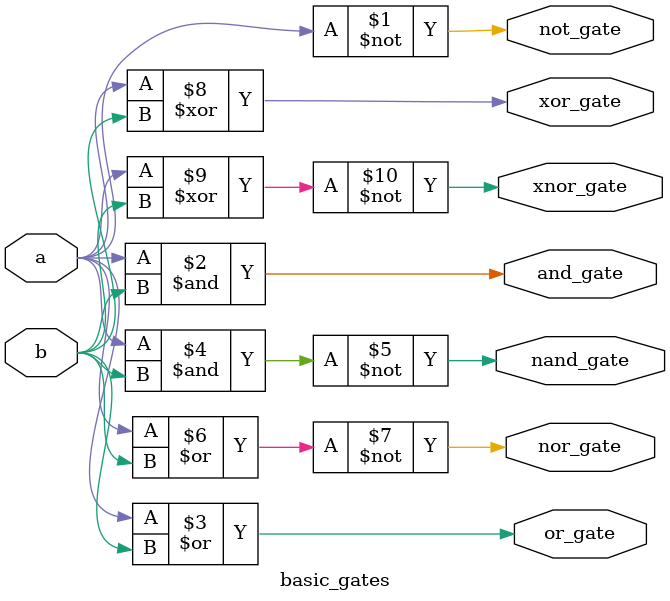
<source format=v>
module basic_gates(
	input a,b,
	output not_gate, and_gate, or_gate, nand_gate, nor_gate, xor_gate, xnor_gate );


	assign not_gate=~a;
	assign and_gate=a&b;
	assign or_gate=a|b;
	assign nand_gate=~(a&b);
	assign nor_gate=~(a|b);
	assign xor_gate=a^b;
	assign xnor_gate=~(a^b);

endmodule

</source>
